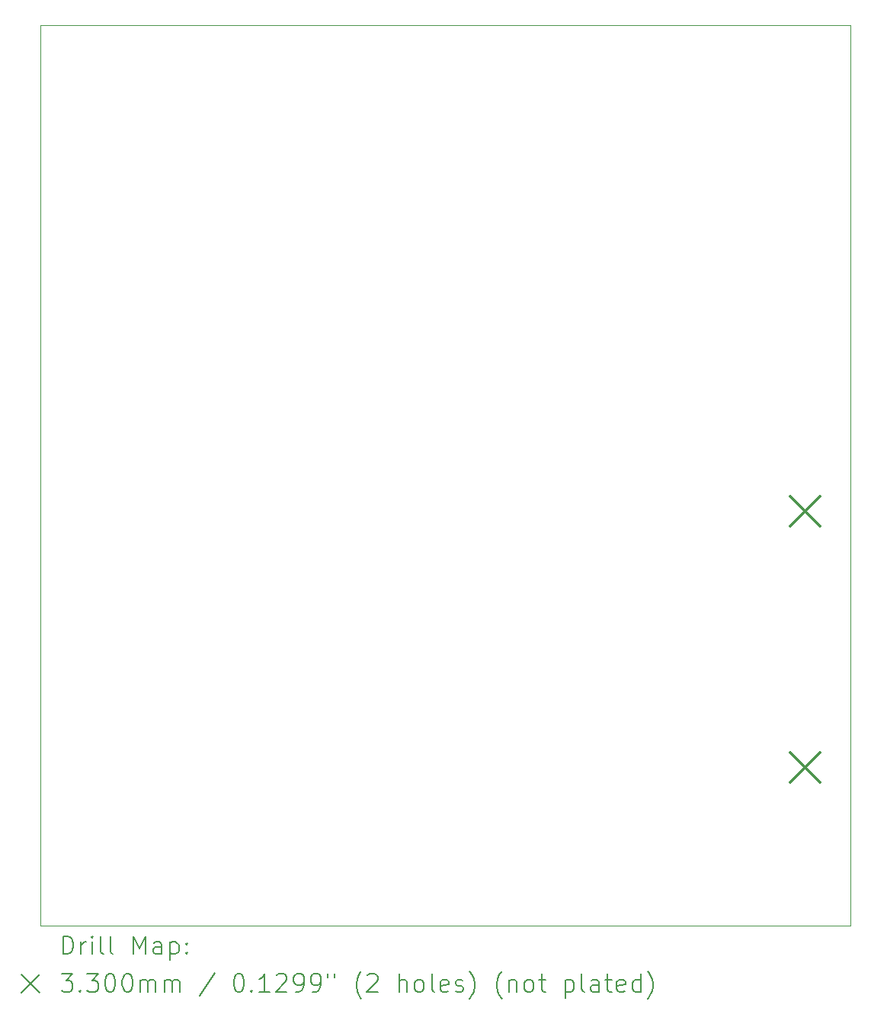
<source format=gbr>
%TF.GenerationSoftware,KiCad,Pcbnew,8.0.6*%
%TF.CreationDate,2024-11-13T03:04:14-05:00*%
%TF.ProjectId,LCC_Booster,4c43435f-426f-46f7-9374-65722e6b6963,4*%
%TF.SameCoordinates,Original*%
%TF.FileFunction,Drillmap*%
%TF.FilePolarity,Positive*%
%FSLAX45Y45*%
G04 Gerber Fmt 4.5, Leading zero omitted, Abs format (unit mm)*
G04 Created by KiCad (PCBNEW 8.0.6) date 2024-11-13 03:04:14*
%MOMM*%
%LPD*%
G01*
G04 APERTURE LIST*
%ADD10C,0.100000*%
%ADD11C,0.200000*%
%ADD12C,0.330000*%
G04 APERTURE END LIST*
D10*
X2000000Y-2000000D02*
X11000000Y-2000000D01*
X11000000Y-12000000D01*
X2000000Y-12000000D01*
X2000000Y-2000000D01*
D11*
D12*
X10335000Y-7237500D02*
X10665000Y-7567500D01*
X10665000Y-7237500D02*
X10335000Y-7567500D01*
X10335000Y-10082500D02*
X10665000Y-10412500D01*
X10665000Y-10082500D02*
X10335000Y-10412500D01*
D11*
X2255777Y-12316484D02*
X2255777Y-12116484D01*
X2255777Y-12116484D02*
X2303396Y-12116484D01*
X2303396Y-12116484D02*
X2331967Y-12126008D01*
X2331967Y-12126008D02*
X2351015Y-12145055D01*
X2351015Y-12145055D02*
X2360539Y-12164103D01*
X2360539Y-12164103D02*
X2370063Y-12202198D01*
X2370063Y-12202198D02*
X2370063Y-12230769D01*
X2370063Y-12230769D02*
X2360539Y-12268865D01*
X2360539Y-12268865D02*
X2351015Y-12287912D01*
X2351015Y-12287912D02*
X2331967Y-12306960D01*
X2331967Y-12306960D02*
X2303396Y-12316484D01*
X2303396Y-12316484D02*
X2255777Y-12316484D01*
X2455777Y-12316484D02*
X2455777Y-12183150D01*
X2455777Y-12221246D02*
X2465301Y-12202198D01*
X2465301Y-12202198D02*
X2474824Y-12192674D01*
X2474824Y-12192674D02*
X2493872Y-12183150D01*
X2493872Y-12183150D02*
X2512920Y-12183150D01*
X2579586Y-12316484D02*
X2579586Y-12183150D01*
X2579586Y-12116484D02*
X2570063Y-12126008D01*
X2570063Y-12126008D02*
X2579586Y-12135531D01*
X2579586Y-12135531D02*
X2589110Y-12126008D01*
X2589110Y-12126008D02*
X2579586Y-12116484D01*
X2579586Y-12116484D02*
X2579586Y-12135531D01*
X2703396Y-12316484D02*
X2684348Y-12306960D01*
X2684348Y-12306960D02*
X2674824Y-12287912D01*
X2674824Y-12287912D02*
X2674824Y-12116484D01*
X2808158Y-12316484D02*
X2789110Y-12306960D01*
X2789110Y-12306960D02*
X2779586Y-12287912D01*
X2779586Y-12287912D02*
X2779586Y-12116484D01*
X3036729Y-12316484D02*
X3036729Y-12116484D01*
X3036729Y-12116484D02*
X3103396Y-12259341D01*
X3103396Y-12259341D02*
X3170062Y-12116484D01*
X3170062Y-12116484D02*
X3170062Y-12316484D01*
X3351015Y-12316484D02*
X3351015Y-12211722D01*
X3351015Y-12211722D02*
X3341491Y-12192674D01*
X3341491Y-12192674D02*
X3322443Y-12183150D01*
X3322443Y-12183150D02*
X3284348Y-12183150D01*
X3284348Y-12183150D02*
X3265301Y-12192674D01*
X3351015Y-12306960D02*
X3331967Y-12316484D01*
X3331967Y-12316484D02*
X3284348Y-12316484D01*
X3284348Y-12316484D02*
X3265301Y-12306960D01*
X3265301Y-12306960D02*
X3255777Y-12287912D01*
X3255777Y-12287912D02*
X3255777Y-12268865D01*
X3255777Y-12268865D02*
X3265301Y-12249817D01*
X3265301Y-12249817D02*
X3284348Y-12240293D01*
X3284348Y-12240293D02*
X3331967Y-12240293D01*
X3331967Y-12240293D02*
X3351015Y-12230769D01*
X3446253Y-12183150D02*
X3446253Y-12383150D01*
X3446253Y-12192674D02*
X3465301Y-12183150D01*
X3465301Y-12183150D02*
X3503396Y-12183150D01*
X3503396Y-12183150D02*
X3522443Y-12192674D01*
X3522443Y-12192674D02*
X3531967Y-12202198D01*
X3531967Y-12202198D02*
X3541491Y-12221246D01*
X3541491Y-12221246D02*
X3541491Y-12278388D01*
X3541491Y-12278388D02*
X3531967Y-12297436D01*
X3531967Y-12297436D02*
X3522443Y-12306960D01*
X3522443Y-12306960D02*
X3503396Y-12316484D01*
X3503396Y-12316484D02*
X3465301Y-12316484D01*
X3465301Y-12316484D02*
X3446253Y-12306960D01*
X3627205Y-12297436D02*
X3636729Y-12306960D01*
X3636729Y-12306960D02*
X3627205Y-12316484D01*
X3627205Y-12316484D02*
X3617682Y-12306960D01*
X3617682Y-12306960D02*
X3627205Y-12297436D01*
X3627205Y-12297436D02*
X3627205Y-12316484D01*
X3627205Y-12192674D02*
X3636729Y-12202198D01*
X3636729Y-12202198D02*
X3627205Y-12211722D01*
X3627205Y-12211722D02*
X3617682Y-12202198D01*
X3617682Y-12202198D02*
X3627205Y-12192674D01*
X3627205Y-12192674D02*
X3627205Y-12211722D01*
X1795000Y-12545000D02*
X1995000Y-12745000D01*
X1995000Y-12545000D02*
X1795000Y-12745000D01*
X2236729Y-12536484D02*
X2360539Y-12536484D01*
X2360539Y-12536484D02*
X2293872Y-12612674D01*
X2293872Y-12612674D02*
X2322444Y-12612674D01*
X2322444Y-12612674D02*
X2341491Y-12622198D01*
X2341491Y-12622198D02*
X2351015Y-12631722D01*
X2351015Y-12631722D02*
X2360539Y-12650769D01*
X2360539Y-12650769D02*
X2360539Y-12698388D01*
X2360539Y-12698388D02*
X2351015Y-12717436D01*
X2351015Y-12717436D02*
X2341491Y-12726960D01*
X2341491Y-12726960D02*
X2322444Y-12736484D01*
X2322444Y-12736484D02*
X2265301Y-12736484D01*
X2265301Y-12736484D02*
X2246253Y-12726960D01*
X2246253Y-12726960D02*
X2236729Y-12717436D01*
X2446253Y-12717436D02*
X2455777Y-12726960D01*
X2455777Y-12726960D02*
X2446253Y-12736484D01*
X2446253Y-12736484D02*
X2436729Y-12726960D01*
X2436729Y-12726960D02*
X2446253Y-12717436D01*
X2446253Y-12717436D02*
X2446253Y-12736484D01*
X2522444Y-12536484D02*
X2646253Y-12536484D01*
X2646253Y-12536484D02*
X2579586Y-12612674D01*
X2579586Y-12612674D02*
X2608158Y-12612674D01*
X2608158Y-12612674D02*
X2627205Y-12622198D01*
X2627205Y-12622198D02*
X2636729Y-12631722D01*
X2636729Y-12631722D02*
X2646253Y-12650769D01*
X2646253Y-12650769D02*
X2646253Y-12698388D01*
X2646253Y-12698388D02*
X2636729Y-12717436D01*
X2636729Y-12717436D02*
X2627205Y-12726960D01*
X2627205Y-12726960D02*
X2608158Y-12736484D01*
X2608158Y-12736484D02*
X2551015Y-12736484D01*
X2551015Y-12736484D02*
X2531967Y-12726960D01*
X2531967Y-12726960D02*
X2522444Y-12717436D01*
X2770063Y-12536484D02*
X2789110Y-12536484D01*
X2789110Y-12536484D02*
X2808158Y-12546008D01*
X2808158Y-12546008D02*
X2817682Y-12555531D01*
X2817682Y-12555531D02*
X2827205Y-12574579D01*
X2827205Y-12574579D02*
X2836729Y-12612674D01*
X2836729Y-12612674D02*
X2836729Y-12660293D01*
X2836729Y-12660293D02*
X2827205Y-12698388D01*
X2827205Y-12698388D02*
X2817682Y-12717436D01*
X2817682Y-12717436D02*
X2808158Y-12726960D01*
X2808158Y-12726960D02*
X2789110Y-12736484D01*
X2789110Y-12736484D02*
X2770063Y-12736484D01*
X2770063Y-12736484D02*
X2751015Y-12726960D01*
X2751015Y-12726960D02*
X2741491Y-12717436D01*
X2741491Y-12717436D02*
X2731967Y-12698388D01*
X2731967Y-12698388D02*
X2722444Y-12660293D01*
X2722444Y-12660293D02*
X2722444Y-12612674D01*
X2722444Y-12612674D02*
X2731967Y-12574579D01*
X2731967Y-12574579D02*
X2741491Y-12555531D01*
X2741491Y-12555531D02*
X2751015Y-12546008D01*
X2751015Y-12546008D02*
X2770063Y-12536484D01*
X2960539Y-12536484D02*
X2979586Y-12536484D01*
X2979586Y-12536484D02*
X2998634Y-12546008D01*
X2998634Y-12546008D02*
X3008158Y-12555531D01*
X3008158Y-12555531D02*
X3017682Y-12574579D01*
X3017682Y-12574579D02*
X3027205Y-12612674D01*
X3027205Y-12612674D02*
X3027205Y-12660293D01*
X3027205Y-12660293D02*
X3017682Y-12698388D01*
X3017682Y-12698388D02*
X3008158Y-12717436D01*
X3008158Y-12717436D02*
X2998634Y-12726960D01*
X2998634Y-12726960D02*
X2979586Y-12736484D01*
X2979586Y-12736484D02*
X2960539Y-12736484D01*
X2960539Y-12736484D02*
X2941491Y-12726960D01*
X2941491Y-12726960D02*
X2931967Y-12717436D01*
X2931967Y-12717436D02*
X2922443Y-12698388D01*
X2922443Y-12698388D02*
X2912920Y-12660293D01*
X2912920Y-12660293D02*
X2912920Y-12612674D01*
X2912920Y-12612674D02*
X2922443Y-12574579D01*
X2922443Y-12574579D02*
X2931967Y-12555531D01*
X2931967Y-12555531D02*
X2941491Y-12546008D01*
X2941491Y-12546008D02*
X2960539Y-12536484D01*
X3112920Y-12736484D02*
X3112920Y-12603150D01*
X3112920Y-12622198D02*
X3122443Y-12612674D01*
X3122443Y-12612674D02*
X3141491Y-12603150D01*
X3141491Y-12603150D02*
X3170063Y-12603150D01*
X3170063Y-12603150D02*
X3189110Y-12612674D01*
X3189110Y-12612674D02*
X3198634Y-12631722D01*
X3198634Y-12631722D02*
X3198634Y-12736484D01*
X3198634Y-12631722D02*
X3208158Y-12612674D01*
X3208158Y-12612674D02*
X3227205Y-12603150D01*
X3227205Y-12603150D02*
X3255777Y-12603150D01*
X3255777Y-12603150D02*
X3274824Y-12612674D01*
X3274824Y-12612674D02*
X3284348Y-12631722D01*
X3284348Y-12631722D02*
X3284348Y-12736484D01*
X3379586Y-12736484D02*
X3379586Y-12603150D01*
X3379586Y-12622198D02*
X3389110Y-12612674D01*
X3389110Y-12612674D02*
X3408158Y-12603150D01*
X3408158Y-12603150D02*
X3436729Y-12603150D01*
X3436729Y-12603150D02*
X3455777Y-12612674D01*
X3455777Y-12612674D02*
X3465301Y-12631722D01*
X3465301Y-12631722D02*
X3465301Y-12736484D01*
X3465301Y-12631722D02*
X3474824Y-12612674D01*
X3474824Y-12612674D02*
X3493872Y-12603150D01*
X3493872Y-12603150D02*
X3522443Y-12603150D01*
X3522443Y-12603150D02*
X3541491Y-12612674D01*
X3541491Y-12612674D02*
X3551015Y-12631722D01*
X3551015Y-12631722D02*
X3551015Y-12736484D01*
X3941491Y-12526960D02*
X3770063Y-12784103D01*
X4198634Y-12536484D02*
X4217682Y-12536484D01*
X4217682Y-12536484D02*
X4236729Y-12546008D01*
X4236729Y-12546008D02*
X4246253Y-12555531D01*
X4246253Y-12555531D02*
X4255777Y-12574579D01*
X4255777Y-12574579D02*
X4265301Y-12612674D01*
X4265301Y-12612674D02*
X4265301Y-12660293D01*
X4265301Y-12660293D02*
X4255777Y-12698388D01*
X4255777Y-12698388D02*
X4246253Y-12717436D01*
X4246253Y-12717436D02*
X4236729Y-12726960D01*
X4236729Y-12726960D02*
X4217682Y-12736484D01*
X4217682Y-12736484D02*
X4198634Y-12736484D01*
X4198634Y-12736484D02*
X4179586Y-12726960D01*
X4179586Y-12726960D02*
X4170063Y-12717436D01*
X4170063Y-12717436D02*
X4160539Y-12698388D01*
X4160539Y-12698388D02*
X4151015Y-12660293D01*
X4151015Y-12660293D02*
X4151015Y-12612674D01*
X4151015Y-12612674D02*
X4160539Y-12574579D01*
X4160539Y-12574579D02*
X4170063Y-12555531D01*
X4170063Y-12555531D02*
X4179586Y-12546008D01*
X4179586Y-12546008D02*
X4198634Y-12536484D01*
X4351015Y-12717436D02*
X4360539Y-12726960D01*
X4360539Y-12726960D02*
X4351015Y-12736484D01*
X4351015Y-12736484D02*
X4341491Y-12726960D01*
X4341491Y-12726960D02*
X4351015Y-12717436D01*
X4351015Y-12717436D02*
X4351015Y-12736484D01*
X4551015Y-12736484D02*
X4436729Y-12736484D01*
X4493872Y-12736484D02*
X4493872Y-12536484D01*
X4493872Y-12536484D02*
X4474825Y-12565055D01*
X4474825Y-12565055D02*
X4455777Y-12584103D01*
X4455777Y-12584103D02*
X4436729Y-12593627D01*
X4627206Y-12555531D02*
X4636729Y-12546008D01*
X4636729Y-12546008D02*
X4655777Y-12536484D01*
X4655777Y-12536484D02*
X4703396Y-12536484D01*
X4703396Y-12536484D02*
X4722444Y-12546008D01*
X4722444Y-12546008D02*
X4731968Y-12555531D01*
X4731968Y-12555531D02*
X4741491Y-12574579D01*
X4741491Y-12574579D02*
X4741491Y-12593627D01*
X4741491Y-12593627D02*
X4731968Y-12622198D01*
X4731968Y-12622198D02*
X4617682Y-12736484D01*
X4617682Y-12736484D02*
X4741491Y-12736484D01*
X4836729Y-12736484D02*
X4874825Y-12736484D01*
X4874825Y-12736484D02*
X4893872Y-12726960D01*
X4893872Y-12726960D02*
X4903396Y-12717436D01*
X4903396Y-12717436D02*
X4922444Y-12688865D01*
X4922444Y-12688865D02*
X4931968Y-12650769D01*
X4931968Y-12650769D02*
X4931968Y-12574579D01*
X4931968Y-12574579D02*
X4922444Y-12555531D01*
X4922444Y-12555531D02*
X4912920Y-12546008D01*
X4912920Y-12546008D02*
X4893872Y-12536484D01*
X4893872Y-12536484D02*
X4855777Y-12536484D01*
X4855777Y-12536484D02*
X4836729Y-12546008D01*
X4836729Y-12546008D02*
X4827206Y-12555531D01*
X4827206Y-12555531D02*
X4817682Y-12574579D01*
X4817682Y-12574579D02*
X4817682Y-12622198D01*
X4817682Y-12622198D02*
X4827206Y-12641246D01*
X4827206Y-12641246D02*
X4836729Y-12650769D01*
X4836729Y-12650769D02*
X4855777Y-12660293D01*
X4855777Y-12660293D02*
X4893872Y-12660293D01*
X4893872Y-12660293D02*
X4912920Y-12650769D01*
X4912920Y-12650769D02*
X4922444Y-12641246D01*
X4922444Y-12641246D02*
X4931968Y-12622198D01*
X5027206Y-12736484D02*
X5065301Y-12736484D01*
X5065301Y-12736484D02*
X5084349Y-12726960D01*
X5084349Y-12726960D02*
X5093872Y-12717436D01*
X5093872Y-12717436D02*
X5112920Y-12688865D01*
X5112920Y-12688865D02*
X5122444Y-12650769D01*
X5122444Y-12650769D02*
X5122444Y-12574579D01*
X5122444Y-12574579D02*
X5112920Y-12555531D01*
X5112920Y-12555531D02*
X5103396Y-12546008D01*
X5103396Y-12546008D02*
X5084349Y-12536484D01*
X5084349Y-12536484D02*
X5046253Y-12536484D01*
X5046253Y-12536484D02*
X5027206Y-12546008D01*
X5027206Y-12546008D02*
X5017682Y-12555531D01*
X5017682Y-12555531D02*
X5008158Y-12574579D01*
X5008158Y-12574579D02*
X5008158Y-12622198D01*
X5008158Y-12622198D02*
X5017682Y-12641246D01*
X5017682Y-12641246D02*
X5027206Y-12650769D01*
X5027206Y-12650769D02*
X5046253Y-12660293D01*
X5046253Y-12660293D02*
X5084349Y-12660293D01*
X5084349Y-12660293D02*
X5103396Y-12650769D01*
X5103396Y-12650769D02*
X5112920Y-12641246D01*
X5112920Y-12641246D02*
X5122444Y-12622198D01*
X5198634Y-12536484D02*
X5198634Y-12574579D01*
X5274825Y-12536484D02*
X5274825Y-12574579D01*
X5570063Y-12812674D02*
X5560539Y-12803150D01*
X5560539Y-12803150D02*
X5541491Y-12774579D01*
X5541491Y-12774579D02*
X5531968Y-12755531D01*
X5531968Y-12755531D02*
X5522444Y-12726960D01*
X5522444Y-12726960D02*
X5512920Y-12679341D01*
X5512920Y-12679341D02*
X5512920Y-12641246D01*
X5512920Y-12641246D02*
X5522444Y-12593627D01*
X5522444Y-12593627D02*
X5531968Y-12565055D01*
X5531968Y-12565055D02*
X5541491Y-12546008D01*
X5541491Y-12546008D02*
X5560539Y-12517436D01*
X5560539Y-12517436D02*
X5570063Y-12507912D01*
X5636729Y-12555531D02*
X5646253Y-12546008D01*
X5646253Y-12546008D02*
X5665301Y-12536484D01*
X5665301Y-12536484D02*
X5712920Y-12536484D01*
X5712920Y-12536484D02*
X5731968Y-12546008D01*
X5731968Y-12546008D02*
X5741491Y-12555531D01*
X5741491Y-12555531D02*
X5751015Y-12574579D01*
X5751015Y-12574579D02*
X5751015Y-12593627D01*
X5751015Y-12593627D02*
X5741491Y-12622198D01*
X5741491Y-12622198D02*
X5627206Y-12736484D01*
X5627206Y-12736484D02*
X5751015Y-12736484D01*
X5989110Y-12736484D02*
X5989110Y-12536484D01*
X6074825Y-12736484D02*
X6074825Y-12631722D01*
X6074825Y-12631722D02*
X6065301Y-12612674D01*
X6065301Y-12612674D02*
X6046253Y-12603150D01*
X6046253Y-12603150D02*
X6017682Y-12603150D01*
X6017682Y-12603150D02*
X5998634Y-12612674D01*
X5998634Y-12612674D02*
X5989110Y-12622198D01*
X6198634Y-12736484D02*
X6179587Y-12726960D01*
X6179587Y-12726960D02*
X6170063Y-12717436D01*
X6170063Y-12717436D02*
X6160539Y-12698388D01*
X6160539Y-12698388D02*
X6160539Y-12641246D01*
X6160539Y-12641246D02*
X6170063Y-12622198D01*
X6170063Y-12622198D02*
X6179587Y-12612674D01*
X6179587Y-12612674D02*
X6198634Y-12603150D01*
X6198634Y-12603150D02*
X6227206Y-12603150D01*
X6227206Y-12603150D02*
X6246253Y-12612674D01*
X6246253Y-12612674D02*
X6255777Y-12622198D01*
X6255777Y-12622198D02*
X6265301Y-12641246D01*
X6265301Y-12641246D02*
X6265301Y-12698388D01*
X6265301Y-12698388D02*
X6255777Y-12717436D01*
X6255777Y-12717436D02*
X6246253Y-12726960D01*
X6246253Y-12726960D02*
X6227206Y-12736484D01*
X6227206Y-12736484D02*
X6198634Y-12736484D01*
X6379587Y-12736484D02*
X6360539Y-12726960D01*
X6360539Y-12726960D02*
X6351015Y-12707912D01*
X6351015Y-12707912D02*
X6351015Y-12536484D01*
X6531968Y-12726960D02*
X6512920Y-12736484D01*
X6512920Y-12736484D02*
X6474825Y-12736484D01*
X6474825Y-12736484D02*
X6455777Y-12726960D01*
X6455777Y-12726960D02*
X6446253Y-12707912D01*
X6446253Y-12707912D02*
X6446253Y-12631722D01*
X6446253Y-12631722D02*
X6455777Y-12612674D01*
X6455777Y-12612674D02*
X6474825Y-12603150D01*
X6474825Y-12603150D02*
X6512920Y-12603150D01*
X6512920Y-12603150D02*
X6531968Y-12612674D01*
X6531968Y-12612674D02*
X6541491Y-12631722D01*
X6541491Y-12631722D02*
X6541491Y-12650769D01*
X6541491Y-12650769D02*
X6446253Y-12669817D01*
X6617682Y-12726960D02*
X6636730Y-12736484D01*
X6636730Y-12736484D02*
X6674825Y-12736484D01*
X6674825Y-12736484D02*
X6693872Y-12726960D01*
X6693872Y-12726960D02*
X6703396Y-12707912D01*
X6703396Y-12707912D02*
X6703396Y-12698388D01*
X6703396Y-12698388D02*
X6693872Y-12679341D01*
X6693872Y-12679341D02*
X6674825Y-12669817D01*
X6674825Y-12669817D02*
X6646253Y-12669817D01*
X6646253Y-12669817D02*
X6627206Y-12660293D01*
X6627206Y-12660293D02*
X6617682Y-12641246D01*
X6617682Y-12641246D02*
X6617682Y-12631722D01*
X6617682Y-12631722D02*
X6627206Y-12612674D01*
X6627206Y-12612674D02*
X6646253Y-12603150D01*
X6646253Y-12603150D02*
X6674825Y-12603150D01*
X6674825Y-12603150D02*
X6693872Y-12612674D01*
X6770063Y-12812674D02*
X6779587Y-12803150D01*
X6779587Y-12803150D02*
X6798634Y-12774579D01*
X6798634Y-12774579D02*
X6808158Y-12755531D01*
X6808158Y-12755531D02*
X6817682Y-12726960D01*
X6817682Y-12726960D02*
X6827206Y-12679341D01*
X6827206Y-12679341D02*
X6827206Y-12641246D01*
X6827206Y-12641246D02*
X6817682Y-12593627D01*
X6817682Y-12593627D02*
X6808158Y-12565055D01*
X6808158Y-12565055D02*
X6798634Y-12546008D01*
X6798634Y-12546008D02*
X6779587Y-12517436D01*
X6779587Y-12517436D02*
X6770063Y-12507912D01*
X7131968Y-12812674D02*
X7122444Y-12803150D01*
X7122444Y-12803150D02*
X7103396Y-12774579D01*
X7103396Y-12774579D02*
X7093872Y-12755531D01*
X7093872Y-12755531D02*
X7084349Y-12726960D01*
X7084349Y-12726960D02*
X7074825Y-12679341D01*
X7074825Y-12679341D02*
X7074825Y-12641246D01*
X7074825Y-12641246D02*
X7084349Y-12593627D01*
X7084349Y-12593627D02*
X7093872Y-12565055D01*
X7093872Y-12565055D02*
X7103396Y-12546008D01*
X7103396Y-12546008D02*
X7122444Y-12517436D01*
X7122444Y-12517436D02*
X7131968Y-12507912D01*
X7208158Y-12603150D02*
X7208158Y-12736484D01*
X7208158Y-12622198D02*
X7217682Y-12612674D01*
X7217682Y-12612674D02*
X7236730Y-12603150D01*
X7236730Y-12603150D02*
X7265301Y-12603150D01*
X7265301Y-12603150D02*
X7284349Y-12612674D01*
X7284349Y-12612674D02*
X7293872Y-12631722D01*
X7293872Y-12631722D02*
X7293872Y-12736484D01*
X7417682Y-12736484D02*
X7398634Y-12726960D01*
X7398634Y-12726960D02*
X7389111Y-12717436D01*
X7389111Y-12717436D02*
X7379587Y-12698388D01*
X7379587Y-12698388D02*
X7379587Y-12641246D01*
X7379587Y-12641246D02*
X7389111Y-12622198D01*
X7389111Y-12622198D02*
X7398634Y-12612674D01*
X7398634Y-12612674D02*
X7417682Y-12603150D01*
X7417682Y-12603150D02*
X7446253Y-12603150D01*
X7446253Y-12603150D02*
X7465301Y-12612674D01*
X7465301Y-12612674D02*
X7474825Y-12622198D01*
X7474825Y-12622198D02*
X7484349Y-12641246D01*
X7484349Y-12641246D02*
X7484349Y-12698388D01*
X7484349Y-12698388D02*
X7474825Y-12717436D01*
X7474825Y-12717436D02*
X7465301Y-12726960D01*
X7465301Y-12726960D02*
X7446253Y-12736484D01*
X7446253Y-12736484D02*
X7417682Y-12736484D01*
X7541492Y-12603150D02*
X7617682Y-12603150D01*
X7570063Y-12536484D02*
X7570063Y-12707912D01*
X7570063Y-12707912D02*
X7579587Y-12726960D01*
X7579587Y-12726960D02*
X7598634Y-12736484D01*
X7598634Y-12736484D02*
X7617682Y-12736484D01*
X7836730Y-12603150D02*
X7836730Y-12803150D01*
X7836730Y-12612674D02*
X7855777Y-12603150D01*
X7855777Y-12603150D02*
X7893873Y-12603150D01*
X7893873Y-12603150D02*
X7912920Y-12612674D01*
X7912920Y-12612674D02*
X7922444Y-12622198D01*
X7922444Y-12622198D02*
X7931968Y-12641246D01*
X7931968Y-12641246D02*
X7931968Y-12698388D01*
X7931968Y-12698388D02*
X7922444Y-12717436D01*
X7922444Y-12717436D02*
X7912920Y-12726960D01*
X7912920Y-12726960D02*
X7893873Y-12736484D01*
X7893873Y-12736484D02*
X7855777Y-12736484D01*
X7855777Y-12736484D02*
X7836730Y-12726960D01*
X8046253Y-12736484D02*
X8027206Y-12726960D01*
X8027206Y-12726960D02*
X8017682Y-12707912D01*
X8017682Y-12707912D02*
X8017682Y-12536484D01*
X8208158Y-12736484D02*
X8208158Y-12631722D01*
X8208158Y-12631722D02*
X8198634Y-12612674D01*
X8198634Y-12612674D02*
X8179587Y-12603150D01*
X8179587Y-12603150D02*
X8141492Y-12603150D01*
X8141492Y-12603150D02*
X8122444Y-12612674D01*
X8208158Y-12726960D02*
X8189111Y-12736484D01*
X8189111Y-12736484D02*
X8141492Y-12736484D01*
X8141492Y-12736484D02*
X8122444Y-12726960D01*
X8122444Y-12726960D02*
X8112920Y-12707912D01*
X8112920Y-12707912D02*
X8112920Y-12688865D01*
X8112920Y-12688865D02*
X8122444Y-12669817D01*
X8122444Y-12669817D02*
X8141492Y-12660293D01*
X8141492Y-12660293D02*
X8189111Y-12660293D01*
X8189111Y-12660293D02*
X8208158Y-12650769D01*
X8274825Y-12603150D02*
X8351015Y-12603150D01*
X8303396Y-12536484D02*
X8303396Y-12707912D01*
X8303396Y-12707912D02*
X8312920Y-12726960D01*
X8312920Y-12726960D02*
X8331968Y-12736484D01*
X8331968Y-12736484D02*
X8351015Y-12736484D01*
X8493873Y-12726960D02*
X8474825Y-12736484D01*
X8474825Y-12736484D02*
X8436730Y-12736484D01*
X8436730Y-12736484D02*
X8417682Y-12726960D01*
X8417682Y-12726960D02*
X8408158Y-12707912D01*
X8408158Y-12707912D02*
X8408158Y-12631722D01*
X8408158Y-12631722D02*
X8417682Y-12612674D01*
X8417682Y-12612674D02*
X8436730Y-12603150D01*
X8436730Y-12603150D02*
X8474825Y-12603150D01*
X8474825Y-12603150D02*
X8493873Y-12612674D01*
X8493873Y-12612674D02*
X8503396Y-12631722D01*
X8503396Y-12631722D02*
X8503396Y-12650769D01*
X8503396Y-12650769D02*
X8408158Y-12669817D01*
X8674825Y-12736484D02*
X8674825Y-12536484D01*
X8674825Y-12726960D02*
X8655777Y-12736484D01*
X8655777Y-12736484D02*
X8617682Y-12736484D01*
X8617682Y-12736484D02*
X8598635Y-12726960D01*
X8598635Y-12726960D02*
X8589111Y-12717436D01*
X8589111Y-12717436D02*
X8579587Y-12698388D01*
X8579587Y-12698388D02*
X8579587Y-12641246D01*
X8579587Y-12641246D02*
X8589111Y-12622198D01*
X8589111Y-12622198D02*
X8598635Y-12612674D01*
X8598635Y-12612674D02*
X8617682Y-12603150D01*
X8617682Y-12603150D02*
X8655777Y-12603150D01*
X8655777Y-12603150D02*
X8674825Y-12612674D01*
X8751016Y-12812674D02*
X8760539Y-12803150D01*
X8760539Y-12803150D02*
X8779587Y-12774579D01*
X8779587Y-12774579D02*
X8789111Y-12755531D01*
X8789111Y-12755531D02*
X8798635Y-12726960D01*
X8798635Y-12726960D02*
X8808158Y-12679341D01*
X8808158Y-12679341D02*
X8808158Y-12641246D01*
X8808158Y-12641246D02*
X8798635Y-12593627D01*
X8798635Y-12593627D02*
X8789111Y-12565055D01*
X8789111Y-12565055D02*
X8779587Y-12546008D01*
X8779587Y-12546008D02*
X8760539Y-12517436D01*
X8760539Y-12517436D02*
X8751016Y-12507912D01*
M02*

</source>
